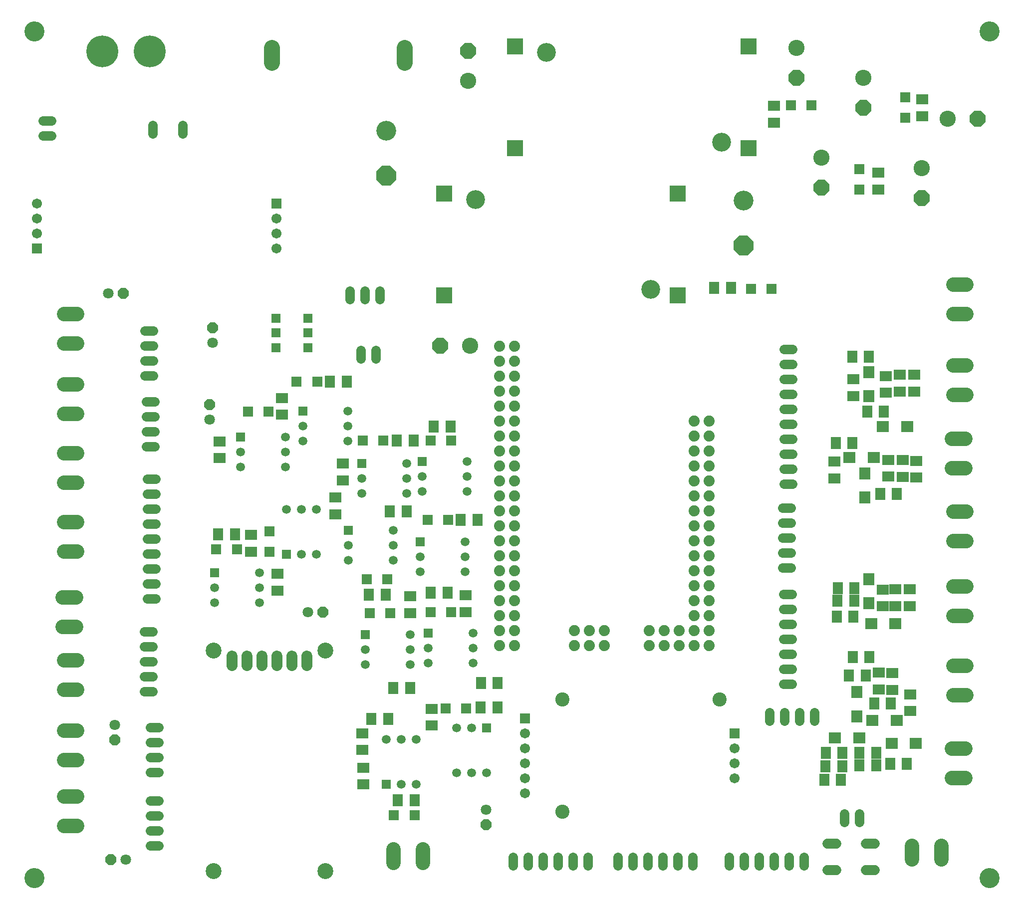
<source format=gbr>
G04 EAGLE Gerber RS-274X export*
G75*
%MOMM*%
%FSLAX34Y34*%
%LPD*%
%INSoldermask Top*%
%IPPOS*%
%AMOC8*
5,1,8,0,0,1.08239X$1,22.5*%
G01*
%ADD10C,3.403200*%
%ADD11R,2.003200X1.803200*%
%ADD12R,1.803200X2.003200*%
%ADD13C,2.743200*%
%ADD14P,2.969212X8X292.500000*%
%ADD15P,1.951982X8X22.500000*%
%ADD16C,1.803400*%
%ADD17P,1.951982X8X292.500000*%
%ADD18P,1.951982X8X112.500000*%
%ADD19P,1.951982X8X202.500000*%
%ADD20C,2.743200*%
%ADD21R,1.703200X1.703200*%
%ADD22C,2.703200*%
%ADD23C,1.879600*%
%ADD24R,2.006200X1.803200*%
%ADD25R,1.803200X2.006200*%
%ADD26C,1.625600*%
%ADD27C,5.403200*%
%ADD28C,2.403200*%
%ADD29R,1.711200X1.711200*%
%ADD30C,1.711200*%
%ADD31R,2.703200X2.703200*%
%ADD32C,3.203200*%
%ADD33C,1.879600*%
%ADD34C,2.453200*%
%ADD35C,1.727200*%
%ADD36P,3.629037X8X292.500000*%
%ADD37C,3.352800*%
%ADD38P,2.969212X8X22.500000*%
%ADD39P,2.969212X8X112.500000*%
%ADD40P,2.969212X8X202.500000*%
%ADD41C,1.611200*%
%ADD42R,1.611200X1.611200*%
%ADD43R,1.511200X1.511200*%
%ADD44C,1.511200*%
%ADD45R,2.003200X1.903200*%
%ADD46R,1.903200X2.003200*%


D10*
X1424686Y1047496D03*
X1424686Y-389636D03*
X-195834Y-389636D03*
X-195834Y1047496D03*
D11*
X1248410Y434310D03*
X1248410Y462310D03*
D12*
X1267490Y262890D03*
X1239490Y262890D03*
D11*
X1243330Y72360D03*
X1243330Y100360D03*
D12*
X1257330Y-92710D03*
X1229330Y-92710D03*
X1256000Y-195580D03*
X1284000Y-195580D03*
X1217138Y402590D03*
X1245138Y402590D03*
X1192246Y495300D03*
X1220246Y495300D03*
X1163544Y349250D03*
X1191544Y349250D03*
X1167100Y102870D03*
X1195100Y102870D03*
X1192500Y-13970D03*
X1220500Y-13970D03*
X1144240Y-222250D03*
X1172240Y-222250D03*
D11*
X1253236Y320070D03*
X1253236Y292070D03*
D13*
X1139190Y833120D03*
D14*
X1139190Y782320D03*
D11*
X360680Y-171480D03*
X360680Y-143480D03*
D15*
X293370Y62230D03*
D16*
X267970Y62230D03*
D17*
X570230Y-298450D03*
D16*
X570230Y-273050D03*
D12*
X1165830Y54610D03*
X1193830Y54610D03*
D18*
X106680Y544322D03*
D16*
X106680Y518922D03*
D17*
X-59690Y-154940D03*
D16*
X-59690Y-129540D03*
D19*
X-66040Y-358140D03*
D16*
X-40640Y-358140D03*
D11*
X1290320Y-77440D03*
X1290320Y-105440D03*
D18*
X101346Y414020D03*
D16*
X101346Y388620D03*
D15*
X-45466Y603250D03*
D16*
X-70866Y603250D03*
D12*
X1146780Y-176530D03*
X1174780Y-176530D03*
D20*
X207518Y994410D02*
X207518Y1019810D01*
X432562Y1019810D02*
X432562Y994410D01*
D21*
X414046Y-282956D03*
X449046Y-282956D03*
X112548Y168910D03*
X147548Y168910D03*
X248946Y453390D03*
X283946Y453390D03*
X166396Y402082D03*
X201396Y402082D03*
X1203960Y813790D03*
X1203960Y778790D03*
X1281430Y935710D03*
X1281430Y900710D03*
X1122400Y922020D03*
X1087400Y922020D03*
X536930Y-101092D03*
X501930Y-101092D03*
X476530Y62230D03*
X511530Y62230D03*
X373152Y60452D03*
X408152Y60452D03*
X367818Y118110D03*
X402818Y118110D03*
X471196Y218948D03*
X506196Y218948D03*
X360960Y353060D03*
X395960Y353060D03*
X476530Y353060D03*
X511530Y353060D03*
X202692Y164364D03*
X202692Y199364D03*
D22*
X298200Y-3500D03*
X298200Y-377500D03*
X108200Y-377500D03*
X108200Y-3500D03*
D23*
X215900Y-12118D02*
X215900Y-28882D01*
X190500Y-28882D02*
X190500Y-12118D01*
X165100Y-12118D02*
X165100Y-28882D01*
X139700Y-28882D02*
X139700Y-12118D01*
X241300Y-12118D02*
X241300Y-28882D01*
X266700Y-28882D02*
X266700Y-12118D01*
D24*
X1193800Y457450D03*
X1193800Y429010D03*
X1161796Y317750D03*
X1161796Y289310D03*
D25*
X1166880Y81280D03*
X1195320Y81280D03*
X1185930Y-45720D03*
X1214370Y-45720D03*
X1146560Y-199390D03*
X1175000Y-199390D03*
D24*
X1272540Y436630D03*
X1272540Y465070D03*
X1296670Y465070D03*
X1296670Y436630D03*
X1300226Y318766D03*
X1300226Y290326D03*
X1289050Y100580D03*
X1289050Y72140D03*
X1259840Y-41660D03*
X1259840Y-70100D03*
X1277620Y291850D03*
X1277620Y320290D03*
D25*
X1203710Y-198120D03*
X1232150Y-198120D03*
X420882Y-257302D03*
X449322Y-257302D03*
X404110Y-119380D03*
X375670Y-119380D03*
X589784Y-100076D03*
X561344Y-100076D03*
X561598Y-57912D03*
X590038Y-57912D03*
X413008Y-67056D03*
X441448Y-67056D03*
X476762Y94742D03*
X505202Y94742D03*
X407420Y232918D03*
X435860Y232918D03*
D24*
X314706Y256536D03*
X314706Y228096D03*
X216408Y98810D03*
X216408Y127250D03*
X327406Y285500D03*
X327406Y313940D03*
X478282Y-130552D03*
X478282Y-102112D03*
X535940Y90420D03*
X535940Y61980D03*
X441960Y60710D03*
X441960Y89150D03*
D25*
X371860Y91440D03*
X400300Y91440D03*
X556002Y218948D03*
X527562Y218948D03*
D24*
X1264920Y72140D03*
X1264920Y100580D03*
D25*
X447290Y353060D03*
X418850Y353060D03*
X481842Y376682D03*
X510282Y376682D03*
X115828Y194056D03*
X144268Y194056D03*
D24*
X1236980Y-68830D03*
X1236980Y-40390D03*
X171704Y193290D03*
X171704Y164850D03*
D25*
X334006Y453136D03*
X305566Y453136D03*
D24*
X224028Y425446D03*
X224028Y397006D03*
X1235710Y807970D03*
X1235710Y779530D03*
X1310640Y932430D03*
X1310640Y903990D03*
X1059180Y892560D03*
X1059180Y921000D03*
D25*
X1232150Y-176530D03*
X1203710Y-176530D03*
D26*
X1090422Y508000D02*
X1076198Y508000D01*
X1076198Y482600D02*
X1090422Y482600D01*
X1090422Y457200D02*
X1076198Y457200D01*
X1076198Y431800D02*
X1090422Y431800D01*
X1090422Y406400D02*
X1076198Y406400D01*
X1076198Y355600D02*
X1090422Y355600D01*
X1090422Y381000D02*
X1076198Y381000D01*
X1076198Y279400D02*
X1090422Y279400D01*
X1090422Y330200D02*
X1076198Y330200D01*
X1076198Y304800D02*
X1090422Y304800D01*
X-167132Y895604D02*
X-181356Y895604D01*
X-181356Y870204D02*
X-167132Y870204D01*
X-8382Y539750D02*
X5842Y539750D01*
X5842Y514350D02*
X-8382Y514350D01*
X-8382Y488950D02*
X5842Y488950D01*
X5842Y463550D02*
X-8382Y463550D01*
X508Y-209550D02*
X14732Y-209550D01*
X14732Y-184150D02*
X508Y-184150D01*
X508Y-158750D02*
X14732Y-158750D01*
X14732Y-133350D02*
X508Y-133350D01*
X508Y-334010D02*
X14732Y-334010D01*
X14732Y-308610D02*
X508Y-308610D01*
X508Y-283210D02*
X14732Y-283210D01*
X14732Y-257810D02*
X508Y-257810D01*
X-5842Y419100D02*
X8382Y419100D01*
X8382Y393700D02*
X-5842Y393700D01*
X-5842Y368300D02*
X8382Y368300D01*
X8382Y342900D02*
X-5842Y342900D01*
X-9652Y-72390D02*
X4572Y-72390D01*
X4572Y-46990D02*
X-9652Y-46990D01*
X-9652Y-21590D02*
X4572Y-21590D01*
X4572Y3810D02*
X-9652Y3810D01*
X-9652Y29210D02*
X4572Y29210D01*
X9652Y85090D02*
X-4572Y85090D01*
X-4572Y110490D02*
X9652Y110490D01*
X9652Y135890D02*
X-4572Y135890D01*
X-4572Y161290D02*
X9652Y161290D01*
X9652Y186690D02*
X-4572Y186690D01*
X-4572Y237490D02*
X9652Y237490D01*
X9652Y212090D02*
X-4572Y212090D01*
X-4572Y288290D02*
X9652Y288290D01*
X9652Y262890D02*
X-4572Y262890D01*
D27*
X0Y1013460D03*
X-80800Y1013460D03*
D28*
X699770Y-276860D03*
X699770Y-86360D03*
D29*
X636270Y-118110D03*
D30*
X636270Y-143510D03*
X636270Y-168910D03*
X636270Y-194310D03*
X636270Y-219710D03*
D29*
X991870Y-143510D03*
D30*
X991870Y-168910D03*
X991870Y-194310D03*
X991870Y-219710D03*
X636270Y-245110D03*
D28*
X966470Y-86360D03*
D29*
X214630Y755650D03*
D30*
X214630Y730250D03*
X214630Y704850D03*
X214630Y679450D03*
D29*
X-191770Y679450D03*
D30*
X-191770Y704850D03*
X-191770Y730250D03*
X-191770Y755650D03*
D31*
X499110Y772160D03*
X499110Y599440D03*
X895350Y599440D03*
X895350Y772160D03*
D32*
X552450Y762000D03*
X849630Y609600D03*
D33*
X618490Y513620D03*
X593090Y513620D03*
X618490Y488220D03*
X593090Y488220D03*
X593090Y462820D03*
X618490Y462820D03*
X618490Y437420D03*
X593090Y437420D03*
X593090Y412020D03*
X618490Y412020D03*
X618490Y386620D03*
X593090Y386620D03*
X593090Y361220D03*
X593090Y335820D03*
X593090Y310420D03*
X593090Y285020D03*
X593090Y259620D03*
X593090Y234220D03*
X593090Y208820D03*
X593090Y183420D03*
X593090Y158020D03*
X593090Y132620D03*
X618490Y361220D03*
X618490Y335820D03*
X618490Y310420D03*
X618490Y285020D03*
X618490Y259620D03*
X618490Y234220D03*
X618490Y208820D03*
X618490Y183420D03*
X618490Y158020D03*
X618490Y132620D03*
X593090Y107220D03*
X593090Y81820D03*
X593090Y56420D03*
X593090Y31020D03*
X593090Y5620D03*
X618490Y5620D03*
X618490Y31020D03*
X618490Y56420D03*
X618490Y81820D03*
X618490Y107220D03*
X923290Y386620D03*
X948690Y386620D03*
X948690Y361220D03*
X923290Y361220D03*
X923290Y335820D03*
X948690Y335820D03*
X948690Y310420D03*
X923290Y310420D03*
X948690Y285020D03*
X923290Y285020D03*
X948690Y259620D03*
X923290Y259620D03*
X948690Y234220D03*
X923290Y234220D03*
X948690Y208820D03*
X923290Y208820D03*
X948690Y183420D03*
X923290Y183420D03*
X948690Y158020D03*
X923290Y158020D03*
X948690Y132620D03*
X923290Y132620D03*
X948690Y107220D03*
X923290Y107220D03*
X948690Y81820D03*
X923290Y81820D03*
X948690Y56420D03*
X923290Y56420D03*
X948690Y31020D03*
X923290Y31020D03*
X948690Y5620D03*
X923290Y5620D03*
X897890Y5620D03*
X897890Y31020D03*
X872490Y31020D03*
X872490Y5620D03*
X847090Y5620D03*
X847090Y31020D03*
X720090Y31020D03*
X720090Y5620D03*
X745490Y31020D03*
X770890Y31020D03*
X770890Y5620D03*
X745490Y5620D03*
D34*
X-123640Y518440D02*
X-146140Y518440D01*
X-146140Y568540D02*
X-123640Y568540D01*
X1362620Y-78460D02*
X1385120Y-78460D01*
X1385120Y-28360D02*
X1362620Y-28360D01*
X1360620Y-169190D02*
X1383120Y-169190D01*
X1383120Y-219290D02*
X1360620Y-219290D01*
X1342364Y-334206D02*
X1342364Y-356706D01*
X1292264Y-356706D02*
X1292264Y-334206D01*
X1362620Y430810D02*
X1385120Y430810D01*
X1385120Y480910D02*
X1362620Y480910D01*
X1360620Y356590D02*
X1383120Y356590D01*
X1383120Y306490D02*
X1360620Y306490D01*
X1362620Y183160D02*
X1385120Y183160D01*
X1385120Y233260D02*
X1362620Y233260D01*
X1362620Y56160D02*
X1385120Y56160D01*
X1385120Y106260D02*
X1362620Y106260D01*
D35*
X1230122Y-375666D02*
X1214882Y-375666D01*
X1214882Y-330454D02*
X1230122Y-330454D01*
X1165098Y-375666D02*
X1149858Y-375666D01*
X1149858Y-330454D02*
X1165098Y-330454D01*
D36*
X401320Y802640D03*
D37*
X401320Y878840D03*
D36*
X1007110Y684530D03*
D37*
X1007110Y760730D03*
D13*
X1309370Y815340D03*
D14*
X1309370Y764540D03*
D13*
X1353820Y899160D03*
D38*
X1404620Y899160D03*
D13*
X1210310Y969010D03*
D14*
X1210310Y918210D03*
D13*
X539750Y963930D03*
D39*
X539750Y1014730D03*
D13*
X1097280Y1019810D03*
D14*
X1097280Y969010D03*
D13*
X543560Y514350D03*
D40*
X492760Y514350D03*
D26*
X339344Y592836D02*
X339344Y607060D01*
X364744Y607060D02*
X364744Y592836D01*
X390144Y592836D02*
X390144Y607060D01*
X358140Y506222D02*
X358140Y491998D01*
X383540Y491998D02*
X383540Y506222D01*
D41*
X5080Y874340D02*
X5080Y888420D01*
X55880Y888420D02*
X55880Y874340D01*
D25*
X957330Y612140D03*
X985770Y612140D03*
D21*
X1055090Y610870D03*
X1020090Y610870D03*
D34*
X413030Y-340270D02*
X413030Y-362770D01*
X463130Y-362770D02*
X463130Y-340270D01*
X-123640Y-300710D02*
X-146140Y-300710D01*
X-146140Y-250610D02*
X-123640Y-250610D01*
X-123640Y-188950D02*
X-146140Y-188950D01*
X-146140Y-138850D02*
X-123640Y-138850D01*
X-123640Y-69570D02*
X-146140Y-69570D01*
X-146140Y-19470D02*
X-123640Y-19470D01*
X-125640Y87350D02*
X-148140Y87350D01*
X-148140Y37250D02*
X-125640Y37250D01*
X-123640Y165380D02*
X-146140Y165380D01*
X-146140Y215480D02*
X-123640Y215480D01*
X-123640Y282220D02*
X-146140Y282220D01*
X-146140Y332320D02*
X-123640Y332320D01*
X-123640Y399060D02*
X-146140Y399060D01*
X-146140Y449160D02*
X-123640Y449160D01*
D26*
X1178560Y-279908D02*
X1178560Y-294132D01*
X1203960Y-294132D02*
X1203960Y-279908D01*
X1087882Y238760D02*
X1073658Y238760D01*
X1073658Y213360D02*
X1087882Y213360D01*
X1087882Y187960D02*
X1073658Y187960D01*
X1073658Y162560D02*
X1087882Y162560D01*
X1087882Y137160D02*
X1073658Y137160D01*
X1127760Y-108458D02*
X1127760Y-122682D01*
X1102360Y-122682D02*
X1102360Y-108458D01*
X1076960Y-108458D02*
X1076960Y-122682D01*
X1051560Y-122682D02*
X1051560Y-108458D01*
D11*
X361950Y-229900D03*
X361950Y-201900D03*
D26*
X793750Y-353568D02*
X793750Y-367792D01*
X819150Y-367792D02*
X819150Y-353568D01*
X844550Y-353568D02*
X844550Y-367792D01*
X869950Y-367792D02*
X869950Y-353568D01*
X895350Y-353568D02*
X895350Y-367792D01*
X920750Y-367792D02*
X920750Y-353568D01*
X982980Y-353568D02*
X982980Y-367792D01*
X1008380Y-367792D02*
X1008380Y-353568D01*
X1033780Y-353568D02*
X1033780Y-367792D01*
X1059180Y-367792D02*
X1059180Y-353568D01*
X1084580Y-353568D02*
X1084580Y-367792D01*
X1109980Y-367792D02*
X1109980Y-353568D01*
X615950Y-353568D02*
X615950Y-367792D01*
X641350Y-367792D02*
X641350Y-353568D01*
X666750Y-353568D02*
X666750Y-367792D01*
X692150Y-367792D02*
X692150Y-353568D01*
X717550Y-353568D02*
X717550Y-367792D01*
X742950Y-367792D02*
X742950Y-353568D01*
X1074928Y-59690D02*
X1089152Y-59690D01*
X1089152Y-34290D02*
X1074928Y-34290D01*
X1074928Y-8890D02*
X1089152Y-8890D01*
X1089152Y16510D02*
X1074928Y16510D01*
X1074928Y41910D02*
X1089152Y41910D01*
X1089152Y92710D02*
X1074928Y92710D01*
X1074928Y67310D02*
X1089152Y67310D01*
D34*
X1362620Y567970D02*
X1385120Y567970D01*
X1385120Y618070D02*
X1362620Y618070D01*
D42*
X268300Y535940D03*
X214300Y535940D03*
X214300Y560940D03*
X214300Y510940D03*
X268300Y560940D03*
X268300Y510940D03*
D31*
X619760Y1022350D03*
X619760Y849630D03*
X1016000Y849630D03*
X1016000Y1022350D03*
D32*
X673100Y1012190D03*
X970280Y859790D03*
D11*
X118110Y351566D03*
X118110Y323566D03*
D43*
X153924Y359410D03*
D44*
X153924Y334010D03*
X153924Y308610D03*
X230124Y308610D03*
X230124Y334010D03*
X230124Y359410D03*
D43*
X401320Y-229870D03*
D44*
X426720Y-229870D03*
X452120Y-229870D03*
X452120Y-153670D03*
X426720Y-153670D03*
X401320Y-153670D03*
D43*
X571500Y-134620D03*
D44*
X546100Y-134620D03*
X520700Y-134620D03*
X520700Y-210820D03*
X546100Y-210820D03*
X571500Y-210820D03*
D43*
X472440Y26670D03*
D44*
X472440Y1270D03*
X472440Y-24130D03*
X548640Y-24130D03*
X548640Y1270D03*
X548640Y26670D03*
D43*
X365760Y24130D03*
D44*
X365760Y-1270D03*
X365760Y-26670D03*
X441960Y-26670D03*
X441960Y-1270D03*
X441960Y24130D03*
D43*
X336550Y200660D03*
D44*
X336550Y175260D03*
X336550Y149860D03*
X412750Y149860D03*
X412750Y175260D03*
X412750Y200660D03*
D43*
X458470Y181610D03*
D44*
X458470Y156210D03*
X458470Y130810D03*
X534670Y130810D03*
X534670Y156210D03*
X534670Y181610D03*
D43*
X359664Y314198D03*
D44*
X359664Y288798D03*
X359664Y263398D03*
X435864Y263398D03*
X435864Y288798D03*
X435864Y314198D03*
D43*
X462280Y317500D03*
D44*
X462280Y292100D03*
X462280Y266700D03*
X538480Y266700D03*
X538480Y292100D03*
X538480Y317500D03*
D43*
X231394Y160020D03*
D44*
X256794Y160020D03*
X282194Y160020D03*
X282194Y236220D03*
X256794Y236220D03*
X231394Y236220D03*
D43*
X109474Y129032D03*
D44*
X109474Y103632D03*
X109474Y78232D03*
X185674Y78232D03*
X185674Y103632D03*
X185674Y129032D03*
D43*
X259334Y402844D03*
D44*
X259334Y377444D03*
X259334Y352044D03*
X335534Y352044D03*
X335534Y377444D03*
X335534Y402844D03*
D45*
X1284658Y376682D03*
X1243658Y376682D03*
D46*
X1219708Y428318D03*
X1219708Y469318D03*
D45*
X1187016Y324612D03*
X1228016Y324612D03*
D46*
X1212850Y256360D03*
X1212850Y297360D03*
D45*
X1224100Y42926D03*
X1265100Y42926D03*
D46*
X1219962Y77036D03*
X1219962Y118036D03*
D45*
X1267132Y-121412D03*
X1226132Y-121412D03*
D46*
X1199642Y-73734D03*
X1199642Y-114734D03*
D45*
X1162378Y-151384D03*
X1203378Y-151384D03*
X1258390Y-160528D03*
X1299390Y-160528D03*
M02*

</source>
